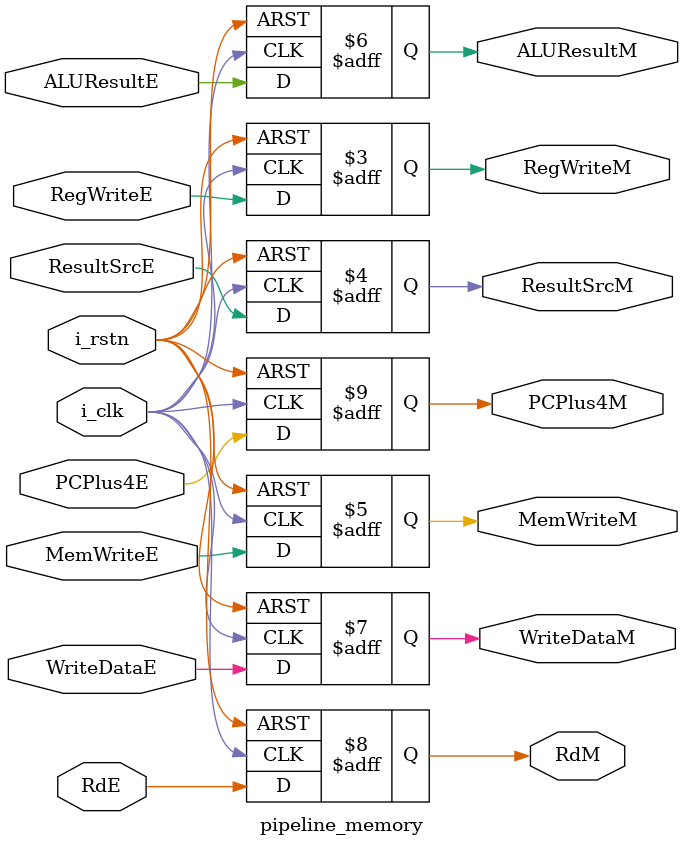
<source format=v>
module pipeline_memory(
    input       i_clk, 
    input       i_rstn,

    input   RegWriteE,
    input   ResultSrcE,
    input   MemWriteE,
    
    input   ALUResultE,
    input   WriteDataE,
    input   RdE,
    input   PCPlus4E,

    output reg   RegWriteM,
    output reg   ResultSrcM,
    output reg   MemWriteM,
    
    output reg   ALUResultM,
    output reg   WriteDataM,
    output reg   RdM,
    output reg   PCPlus4M

);

    always @(posedge i_clk or negedge i_rstn) begin
        if(!i_rstn) begin
            RegWriteM   <= 0;
            ResultSrcM  <= 0;
            MemWriteM   <= 0;
            ALUResultM  <= 0;
            WriteDataM  <= 0;
            RdM         <= 0;
            PCPlus4M    <= 0;
        end 
        else begin
            RegWriteM   <= RegWriteE;
            ResultSrcM  <= ResultSrcE;
            MemWriteM   <= MemWriteE;
            ALUResultM  <= ALUResultE;
            WriteDataM  <= WriteDataE;
            RdM         <= RdE;
            PCPlus4M    <= PCPlus4E;
        end
    end

endmodule

</source>
